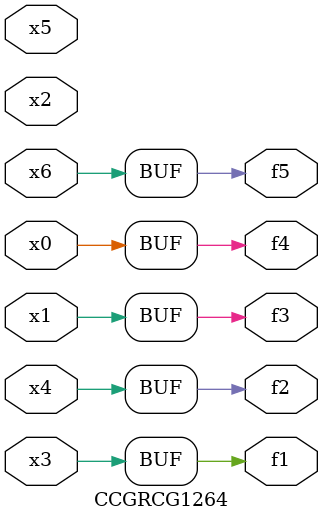
<source format=v>
module CCGRCG1264(
	input x0, x1, x2, x3, x4, x5, x6,
	output f1, f2, f3, f4, f5
);
	assign f1 = x3;
	assign f2 = x4;
	assign f3 = x1;
	assign f4 = x0;
	assign f5 = x6;
endmodule

</source>
